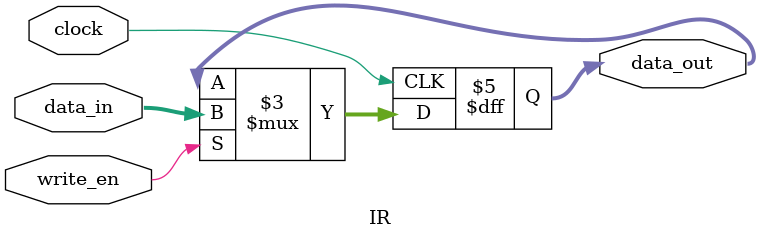
<source format=v>
module IR(clock,write_en, data_in, data_out);

input clock;
input[15:0] data_in;
input write_en;
output reg[15:0] data_out;

always @(posedge clock)
begin

if(write_en == 1)

data_out <= data_in ;

end

endmodule  

</source>
